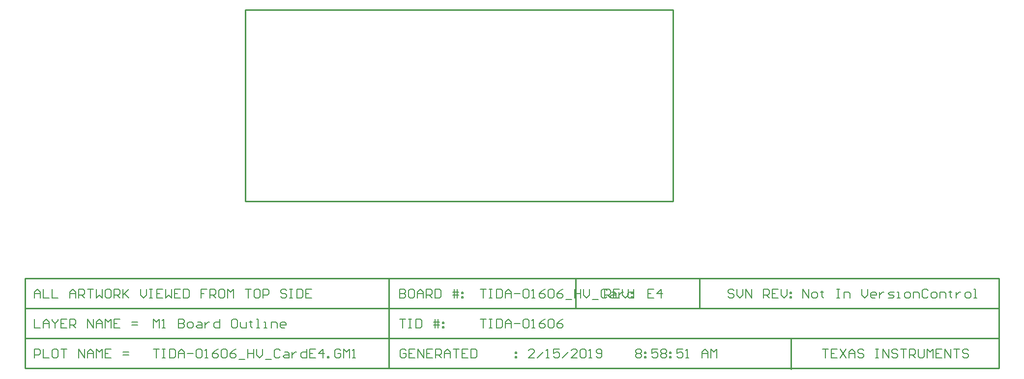
<source format=gm1>
G04*
G04 #@! TF.GenerationSoftware,Altium Limited,Altium Designer,18.1.9 (240)*
G04*
G04 Layer_Color=11296232*
%FSAX25Y25*%
%MOIN*%
G70*
G01*
G75*
%ADD10C,0.00800*%
%ADD21C,0.01000*%
G54D10*
X0126900Y0067551D02*
Y0073549D01*
X0128899Y0071549D01*
X0130899Y0073549D01*
Y0067551D01*
X0132898D02*
X0134897D01*
X0133898D01*
Y0073549D01*
X0132898Y0072549D01*
X0143895Y0073549D02*
Y0067551D01*
X0146894D01*
X0147893Y0068550D01*
Y0069550D01*
X0146894Y0070550D01*
X0143895D01*
X0146894D01*
X0147893Y0071549D01*
Y0072549D01*
X0146894Y0073549D01*
X0143895D01*
X0150892Y0067551D02*
X0152892D01*
X0153891Y0068550D01*
Y0070550D01*
X0152892Y0071549D01*
X0150892D01*
X0149893Y0070550D01*
Y0068550D01*
X0150892Y0067551D01*
X0156890Y0071549D02*
X0158890D01*
X0159889Y0070550D01*
Y0067551D01*
X0156890D01*
X0155891Y0068550D01*
X0156890Y0069550D01*
X0159889D01*
X0161889Y0071549D02*
Y0067551D01*
Y0069550D01*
X0162888Y0070550D01*
X0163888Y0071549D01*
X0164888D01*
X0171885Y0073549D02*
Y0067551D01*
X0168886D01*
X0167887Y0068550D01*
Y0070550D01*
X0168886Y0071549D01*
X0171885D01*
X0182882Y0073549D02*
X0180883D01*
X0179883Y0072549D01*
Y0068550D01*
X0180883Y0067551D01*
X0182882D01*
X0183882Y0068550D01*
Y0072549D01*
X0182882Y0073549D01*
X0185881Y0071549D02*
Y0068550D01*
X0186881Y0067551D01*
X0189880D01*
Y0071549D01*
X0192879Y0072549D02*
Y0071549D01*
X0191879D01*
X0193878D01*
X0192879D01*
Y0068550D01*
X0193878Y0067551D01*
X0196877D02*
X0198877D01*
X0197877D01*
Y0073549D01*
X0196877D01*
X0201876Y0067551D02*
X0203875D01*
X0202875D01*
Y0071549D01*
X0201876D01*
X0206874Y0067551D02*
Y0071549D01*
X0209873D01*
X0210873Y0070550D01*
Y0067551D01*
X0215871D02*
X0213872D01*
X0212872Y0068550D01*
Y0070550D01*
X0213872Y0071549D01*
X0215871D01*
X0216871Y0070550D01*
Y0069550D01*
X0212872D01*
X0348550Y0073498D02*
X0352549D01*
X0350549D01*
Y0067500D01*
X0354548Y0073498D02*
X0356547D01*
X0355548D01*
Y0067500D01*
X0354548D01*
X0356547D01*
X0359546Y0073498D02*
Y0067500D01*
X0362545D01*
X0363545Y0068500D01*
Y0072498D01*
X0362545Y0073498D01*
X0359546D01*
X0365545Y0067500D02*
Y0071499D01*
X0367544Y0073498D01*
X0369543Y0071499D01*
Y0067500D01*
Y0070499D01*
X0365545D01*
X0371543D02*
X0375541D01*
X0377541Y0072498D02*
X0378540Y0073498D01*
X0380540D01*
X0381539Y0072498D01*
Y0068500D01*
X0380540Y0067500D01*
X0378540D01*
X0377541Y0068500D01*
Y0072498D01*
X0383539Y0067500D02*
X0385538D01*
X0384538D01*
Y0073498D01*
X0383539Y0072498D01*
X0392536Y0073498D02*
X0390536Y0072498D01*
X0388537Y0070499D01*
Y0068500D01*
X0389537Y0067500D01*
X0391536D01*
X0392536Y0068500D01*
Y0069499D01*
X0391536Y0070499D01*
X0388537D01*
X0394535Y0072498D02*
X0395535Y0073498D01*
X0397534D01*
X0398534Y0072498D01*
Y0068500D01*
X0397534Y0067500D01*
X0395535D01*
X0394535Y0068500D01*
Y0072498D01*
X0404532Y0073498D02*
X0402532Y0072498D01*
X0400533Y0070499D01*
Y0068500D01*
X0401533Y0067500D01*
X0403532D01*
X0404532Y0068500D01*
Y0069499D01*
X0403532Y0070499D01*
X0400533D01*
X0294000Y0073498D02*
X0297999D01*
X0295999D01*
Y0067500D01*
X0299998Y0073498D02*
X0301997D01*
X0300998D01*
Y0067500D01*
X0299998D01*
X0301997D01*
X0304996Y0073498D02*
Y0067500D01*
X0307996D01*
X0308995Y0068500D01*
Y0072498D01*
X0307996Y0073498D01*
X0304996D01*
X0317992Y0067500D02*
Y0073498D01*
X0319992D02*
Y0067500D01*
X0316993Y0071499D02*
X0319992D01*
X0320991D01*
X0316993Y0069499D02*
X0320991D01*
X0322991Y0071499D02*
X0323990D01*
Y0070499D01*
X0322991D01*
Y0071499D01*
Y0068500D02*
X0323990D01*
Y0067500D01*
X0322991D01*
Y0068500D01*
X0580500Y0052965D02*
X0584499D01*
X0582499D01*
Y0046966D01*
X0590497Y0052965D02*
X0586498D01*
Y0046966D01*
X0590497D01*
X0586498Y0049966D02*
X0588497D01*
X0592496Y0052965D02*
X0596495Y0046966D01*
Y0052965D02*
X0592496Y0046966D01*
X0598494D02*
Y0050965D01*
X0600493Y0052965D01*
X0602493Y0050965D01*
Y0046966D01*
Y0049966D01*
X0598494D01*
X0608491Y0051965D02*
X0607491Y0052965D01*
X0605492D01*
X0604492Y0051965D01*
Y0050965D01*
X0605492Y0049966D01*
X0607491D01*
X0608491Y0048966D01*
Y0047966D01*
X0607491Y0046966D01*
X0605492D01*
X0604492Y0047966D01*
X0616488Y0052965D02*
X0618488D01*
X0617488D01*
Y0046966D01*
X0616488D01*
X0618488D01*
X0621487D02*
Y0052965D01*
X0625486Y0046966D01*
Y0052965D01*
X0631484Y0051965D02*
X0630484Y0052965D01*
X0628484D01*
X0627485Y0051965D01*
Y0050965D01*
X0628484Y0049966D01*
X0630484D01*
X0631484Y0048966D01*
Y0047966D01*
X0630484Y0046966D01*
X0628484D01*
X0627485Y0047966D01*
X0633483Y0052965D02*
X0637482D01*
X0635482D01*
Y0046966D01*
X0639481D02*
Y0052965D01*
X0642480D01*
X0643480Y0051965D01*
Y0049966D01*
X0642480Y0048966D01*
X0639481D01*
X0641480D02*
X0643480Y0046966D01*
X0645479Y0052965D02*
Y0047966D01*
X0646479Y0046966D01*
X0648478D01*
X0649478Y0047966D01*
Y0052965D01*
X0651477Y0046966D02*
Y0052965D01*
X0653476Y0050965D01*
X0655476Y0052965D01*
Y0046966D01*
X0661474Y0052965D02*
X0657475D01*
Y0046966D01*
X0661474D01*
X0657475Y0049966D02*
X0659474D01*
X0663473Y0046966D02*
Y0052965D01*
X0667472Y0046966D01*
Y0052965D01*
X0669471D02*
X0673470D01*
X0671471D01*
Y0046966D01*
X0679468Y0051965D02*
X0678468Y0052965D01*
X0676469D01*
X0675469Y0051965D01*
Y0050965D01*
X0676469Y0049966D01*
X0678468D01*
X0679468Y0048966D01*
Y0047966D01*
X0678468Y0046966D01*
X0676469D01*
X0675469Y0047966D01*
X0454050Y0051965D02*
X0455050Y0052965D01*
X0457049D01*
X0458049Y0051965D01*
Y0050965D01*
X0457049Y0049966D01*
X0458049Y0048966D01*
Y0047966D01*
X0457049Y0046966D01*
X0455050D01*
X0454050Y0047966D01*
Y0048966D01*
X0455050Y0049966D01*
X0454050Y0050965D01*
Y0051965D01*
X0455050Y0049966D02*
X0457049D01*
X0460048Y0050965D02*
X0461048D01*
Y0049966D01*
X0460048D01*
Y0050965D01*
Y0047966D02*
X0461048D01*
Y0046966D01*
X0460048D01*
Y0047966D01*
X0469045Y0052965D02*
X0465046D01*
Y0049966D01*
X0467046Y0050965D01*
X0468046D01*
X0469045Y0049966D01*
Y0047966D01*
X0468046Y0046966D01*
X0466046D01*
X0465046Y0047966D01*
X0471044Y0051965D02*
X0472044Y0052965D01*
X0474044D01*
X0475043Y0051965D01*
Y0050965D01*
X0474044Y0049966D01*
X0475043Y0048966D01*
Y0047966D01*
X0474044Y0046966D01*
X0472044D01*
X0471044Y0047966D01*
Y0048966D01*
X0472044Y0049966D01*
X0471044Y0050965D01*
Y0051965D01*
X0472044Y0049966D02*
X0474044D01*
X0477043Y0050965D02*
X0478042D01*
Y0049966D01*
X0477043D01*
Y0050965D01*
Y0047966D02*
X0478042D01*
Y0046966D01*
X0477043D01*
Y0047966D01*
X0486040Y0052965D02*
X0482041D01*
Y0049966D01*
X0484040Y0050965D01*
X0485040D01*
X0486040Y0049966D01*
Y0047966D01*
X0485040Y0046966D01*
X0483041D01*
X0482041Y0047966D01*
X0488039Y0046966D02*
X0490038D01*
X0489039D01*
Y0052965D01*
X0488039Y0051965D01*
X0499035Y0046966D02*
Y0050965D01*
X0501035Y0052965D01*
X0503034Y0050965D01*
Y0046966D01*
Y0049966D01*
X0499035D01*
X0505033Y0046966D02*
Y0052965D01*
X0507033Y0050965D01*
X0509032Y0052965D01*
Y0046966D01*
X0046350D02*
Y0052965D01*
X0049349D01*
X0050349Y0051965D01*
Y0049966D01*
X0049349Y0048966D01*
X0046350D01*
X0052348Y0052965D02*
Y0046966D01*
X0056347D01*
X0061345Y0052965D02*
X0059346D01*
X0058346Y0051965D01*
Y0047966D01*
X0059346Y0046966D01*
X0061345D01*
X0062345Y0047966D01*
Y0051965D01*
X0061345Y0052965D01*
X0064344D02*
X0068343D01*
X0066343D01*
Y0046966D01*
X0076340D02*
Y0052965D01*
X0080339Y0046966D01*
Y0052965D01*
X0082338Y0046966D02*
Y0050965D01*
X0084338Y0052965D01*
X0086337Y0050965D01*
Y0046966D01*
Y0049966D01*
X0082338D01*
X0088336Y0046966D02*
Y0052965D01*
X0090336Y0050965D01*
X0092335Y0052965D01*
Y0046966D01*
X0098333Y0052965D02*
X0094335D01*
Y0046966D01*
X0098333D01*
X0094335Y0049966D02*
X0096334D01*
X0106331Y0048966D02*
X0110329D01*
X0106331Y0050965D02*
X0110329D01*
X0046350Y0073549D02*
Y0067551D01*
X0050349D01*
X0052348D02*
Y0071549D01*
X0054347Y0073549D01*
X0056347Y0071549D01*
Y0067551D01*
Y0070550D01*
X0052348D01*
X0058346Y0073549D02*
Y0072549D01*
X0060346Y0070550D01*
X0062345Y0072549D01*
Y0073549D01*
X0060346Y0070550D02*
Y0067551D01*
X0068343Y0073549D02*
X0064344D01*
Y0067551D01*
X0068343D01*
X0064344Y0070550D02*
X0066343D01*
X0070342Y0067551D02*
Y0073549D01*
X0073341D01*
X0074341Y0072549D01*
Y0070550D01*
X0073341Y0069550D01*
X0070342D01*
X0072342D02*
X0074341Y0067551D01*
X0082338D02*
Y0073549D01*
X0086337Y0067551D01*
Y0073549D01*
X0088336Y0067551D02*
Y0071549D01*
X0090336Y0073549D01*
X0092335Y0071549D01*
Y0067551D01*
Y0070550D01*
X0088336D01*
X0094335Y0067551D02*
Y0073549D01*
X0096334Y0071549D01*
X0098333Y0073549D01*
Y0067551D01*
X0104331Y0073549D02*
X0100332D01*
Y0067551D01*
X0104331D01*
X0100332Y0070550D02*
X0102332D01*
X0112329Y0069550D02*
X0116327D01*
X0112329Y0071549D02*
X0116327D01*
X0294000Y0093831D02*
Y0087833D01*
X0296999D01*
X0297999Y0088833D01*
Y0089833D01*
X0296999Y0090832D01*
X0294000D01*
X0296999D01*
X0297999Y0091832D01*
Y0092832D01*
X0296999Y0093831D01*
X0294000D01*
X0302997D02*
X0300998D01*
X0299998Y0092832D01*
Y0088833D01*
X0300998Y0087833D01*
X0302997D01*
X0303997Y0088833D01*
Y0092832D01*
X0302997Y0093831D01*
X0305996Y0087833D02*
Y0091832D01*
X0307996Y0093831D01*
X0309995Y0091832D01*
Y0087833D01*
Y0090832D01*
X0305996D01*
X0311994Y0087833D02*
Y0093831D01*
X0314993D01*
X0315993Y0092832D01*
Y0090832D01*
X0314993Y0089833D01*
X0311994D01*
X0313994D02*
X0315993Y0087833D01*
X0317992Y0093831D02*
Y0087833D01*
X0320991D01*
X0321991Y0088833D01*
Y0092832D01*
X0320991Y0093831D01*
X0317992D01*
X0330988Y0087833D02*
Y0093831D01*
X0332987D02*
Y0087833D01*
X0329988Y0091832D02*
X0332987D01*
X0333987D01*
X0329988Y0089833D02*
X0333987D01*
X0335986Y0091832D02*
X0336986D01*
Y0090832D01*
X0335986D01*
Y0091832D01*
Y0088833D02*
X0336986D01*
Y0087833D01*
X0335986D01*
Y0088833D01*
X0348550Y0093831D02*
X0352549D01*
X0350549D01*
Y0087833D01*
X0354548Y0093831D02*
X0356547D01*
X0355548D01*
Y0087833D01*
X0354548D01*
X0356547D01*
X0359546Y0093831D02*
Y0087833D01*
X0362545D01*
X0363545Y0088833D01*
Y0092832D01*
X0362545Y0093831D01*
X0359546D01*
X0365545Y0087833D02*
Y0091832D01*
X0367544Y0093831D01*
X0369543Y0091832D01*
Y0087833D01*
Y0090832D01*
X0365545D01*
X0371543D02*
X0375541D01*
X0377541Y0092832D02*
X0378540Y0093831D01*
X0380540D01*
X0381539Y0092832D01*
Y0088833D01*
X0380540Y0087833D01*
X0378540D01*
X0377541Y0088833D01*
Y0092832D01*
X0383539Y0087833D02*
X0385538D01*
X0384538D01*
Y0093831D01*
X0383539Y0092832D01*
X0392536Y0093831D02*
X0390536Y0092832D01*
X0388537Y0090832D01*
Y0088833D01*
X0389537Y0087833D01*
X0391536D01*
X0392536Y0088833D01*
Y0089833D01*
X0391536Y0090832D01*
X0388537D01*
X0394535Y0092832D02*
X0395535Y0093831D01*
X0397534D01*
X0398534Y0092832D01*
Y0088833D01*
X0397534Y0087833D01*
X0395535D01*
X0394535Y0088833D01*
Y0092832D01*
X0404532Y0093831D02*
X0402532Y0092832D01*
X0400533Y0090832D01*
Y0088833D01*
X0401533Y0087833D01*
X0403532D01*
X0404532Y0088833D01*
Y0089833D01*
X0403532Y0090832D01*
X0400533D01*
X0406531Y0086834D02*
X0410530D01*
X0412529Y0093831D02*
Y0087833D01*
Y0090832D01*
X0416528D01*
Y0093831D01*
Y0087833D01*
X0418527Y0093831D02*
Y0089833D01*
X0420527Y0087833D01*
X0422526Y0089833D01*
Y0093831D01*
X0424525Y0086834D02*
X0428524D01*
X0434522Y0092832D02*
X0433523Y0093831D01*
X0431523D01*
X0430523Y0092832D01*
Y0088833D01*
X0431523Y0087833D01*
X0433523D01*
X0434522Y0088833D01*
X0437521Y0091832D02*
X0439521D01*
X0440520Y0090832D01*
Y0087833D01*
X0437521D01*
X0436521Y0088833D01*
X0437521Y0089833D01*
X0440520D01*
X0442520Y0091832D02*
Y0087833D01*
Y0089833D01*
X0443519Y0090832D01*
X0444519Y0091832D01*
X0445519D01*
X0452516Y0093831D02*
Y0087833D01*
X0449517D01*
X0448518Y0088833D01*
Y0090832D01*
X0449517Y0091832D01*
X0452516D01*
X0466149Y0093831D02*
X0462150D01*
Y0087833D01*
X0466149D01*
X0462150Y0090832D02*
X0464149D01*
X0471147Y0087833D02*
Y0093831D01*
X0468148Y0090832D01*
X0472147D01*
X0046350Y0087833D02*
Y0091832D01*
X0048349Y0093831D01*
X0050349Y0091832D01*
Y0087833D01*
Y0090832D01*
X0046350D01*
X0052348Y0093831D02*
Y0087833D01*
X0056347D01*
X0058346Y0093831D02*
Y0087833D01*
X0062345D01*
X0070342D02*
Y0091832D01*
X0072342Y0093831D01*
X0074341Y0091832D01*
Y0087833D01*
Y0090832D01*
X0070342D01*
X0076340Y0087833D02*
Y0093831D01*
X0079339D01*
X0080339Y0092832D01*
Y0090832D01*
X0079339Y0089833D01*
X0076340D01*
X0078340D02*
X0080339Y0087833D01*
X0082338Y0093831D02*
X0086337D01*
X0084338D01*
Y0087833D01*
X0088336Y0093831D02*
Y0087833D01*
X0090336Y0089833D01*
X0092335Y0087833D01*
Y0093831D01*
X0097334D02*
X0095334D01*
X0094335Y0092832D01*
Y0088833D01*
X0095334Y0087833D01*
X0097334D01*
X0098333Y0088833D01*
Y0092832D01*
X0097334Y0093831D01*
X0100332Y0087833D02*
Y0093831D01*
X0103332D01*
X0104331Y0092832D01*
Y0090832D01*
X0103332Y0089833D01*
X0100332D01*
X0102332D02*
X0104331Y0087833D01*
X0106331Y0093831D02*
Y0087833D01*
Y0089833D01*
X0110329Y0093831D01*
X0107330Y0090832D01*
X0110329Y0087833D01*
X0118327Y0093831D02*
Y0089833D01*
X0120326Y0087833D01*
X0122325Y0089833D01*
Y0093831D01*
X0124325D02*
X0126324D01*
X0125324D01*
Y0087833D01*
X0124325D01*
X0126324D01*
X0133322Y0093831D02*
X0129323D01*
Y0087833D01*
X0133322D01*
X0129323Y0090832D02*
X0131323D01*
X0135321Y0093831D02*
Y0087833D01*
X0137321Y0089833D01*
X0139320Y0087833D01*
Y0093831D01*
X0145318D02*
X0141319D01*
Y0087833D01*
X0145318D01*
X0141319Y0090832D02*
X0143319D01*
X0147317Y0093831D02*
Y0087833D01*
X0150316D01*
X0151316Y0088833D01*
Y0092832D01*
X0150316Y0093831D01*
X0147317D01*
X0163312D02*
X0159313D01*
Y0090832D01*
X0161313D01*
X0159313D01*
Y0087833D01*
X0165312D02*
Y0093831D01*
X0168310D01*
X0169310Y0092832D01*
Y0090832D01*
X0168310Y0089833D01*
X0165312D01*
X0167311D02*
X0169310Y0087833D01*
X0174309Y0093831D02*
X0172309D01*
X0171310Y0092832D01*
Y0088833D01*
X0172309Y0087833D01*
X0174309D01*
X0175308Y0088833D01*
Y0092832D01*
X0174309Y0093831D01*
X0177308Y0087833D02*
Y0093831D01*
X0179307Y0091832D01*
X0181306Y0093831D01*
Y0087833D01*
X0189304Y0093831D02*
X0193303D01*
X0191303D01*
Y0087833D01*
X0198301Y0093831D02*
X0196301D01*
X0195302Y0092832D01*
Y0088833D01*
X0196301Y0087833D01*
X0198301D01*
X0199301Y0088833D01*
Y0092832D01*
X0198301Y0093831D01*
X0201300Y0087833D02*
Y0093831D01*
X0204299D01*
X0205299Y0092832D01*
Y0090832D01*
X0204299Y0089833D01*
X0201300D01*
X0217295Y0092832D02*
X0216295Y0093831D01*
X0214296D01*
X0213296Y0092832D01*
Y0091832D01*
X0214296Y0090832D01*
X0216295D01*
X0217295Y0089833D01*
Y0088833D01*
X0216295Y0087833D01*
X0214296D01*
X0213296Y0088833D01*
X0219294Y0093831D02*
X0221293D01*
X0220294D01*
Y0087833D01*
X0219294D01*
X0221293D01*
X0224292Y0093831D02*
Y0087833D01*
X0227291D01*
X0228291Y0088833D01*
Y0092832D01*
X0227291Y0093831D01*
X0224292D01*
X0234289D02*
X0230291D01*
Y0087833D01*
X0234289D01*
X0230291Y0090832D02*
X0232290D01*
X0298199Y0051965D02*
X0297199Y0052965D01*
X0295200D01*
X0294200Y0051965D01*
Y0047966D01*
X0295200Y0046966D01*
X0297199D01*
X0298199Y0047966D01*
Y0049966D01*
X0296199D01*
X0304197Y0052965D02*
X0300198D01*
Y0046966D01*
X0304197D01*
X0300198Y0049966D02*
X0302197D01*
X0306196Y0046966D02*
Y0052965D01*
X0310195Y0046966D01*
Y0052965D01*
X0316193D02*
X0312194D01*
Y0046966D01*
X0316193D01*
X0312194Y0049966D02*
X0314194D01*
X0318192Y0046966D02*
Y0052965D01*
X0321191D01*
X0322191Y0051965D01*
Y0049966D01*
X0321191Y0048966D01*
X0318192D01*
X0320192D02*
X0322191Y0046966D01*
X0324190D02*
Y0050965D01*
X0326190Y0052965D01*
X0328189Y0050965D01*
Y0046966D01*
Y0049966D01*
X0324190D01*
X0330188Y0052965D02*
X0334187D01*
X0332188D01*
Y0046966D01*
X0340185Y0052965D02*
X0336186D01*
Y0046966D01*
X0340185D01*
X0336186Y0049966D02*
X0338186D01*
X0342184Y0052965D02*
Y0046966D01*
X0345183D01*
X0346183Y0047966D01*
Y0051965D01*
X0345183Y0052965D01*
X0342184D01*
X0372175Y0050965D02*
X0373175D01*
Y0049966D01*
X0372175D01*
Y0050965D01*
Y0047966D02*
X0373175D01*
Y0046966D01*
X0372175D01*
Y0047966D01*
X0385149Y0046966D02*
X0381150D01*
X0385149Y0050965D01*
Y0051965D01*
X0384149Y0052965D01*
X0382150D01*
X0381150Y0051965D01*
X0387148Y0046966D02*
X0391147Y0050965D01*
X0393146Y0046966D02*
X0395146D01*
X0394146D01*
Y0052965D01*
X0393146Y0051965D01*
X0402143Y0052965D02*
X0398145D01*
Y0049966D01*
X0400144Y0050965D01*
X0401144D01*
X0402143Y0049966D01*
Y0047966D01*
X0401144Y0046966D01*
X0399144D01*
X0398145Y0047966D01*
X0404143Y0046966D02*
X0408141Y0050965D01*
X0414139Y0046966D02*
X0410141D01*
X0414139Y0050965D01*
Y0051965D01*
X0413140Y0052965D01*
X0411140D01*
X0410141Y0051965D01*
X0416139D02*
X0417138Y0052965D01*
X0419138D01*
X0420137Y0051965D01*
Y0047966D01*
X0419138Y0046966D01*
X0417138D01*
X0416139Y0047966D01*
Y0051965D01*
X0422137Y0046966D02*
X0424136D01*
X0423136D01*
Y0052965D01*
X0422137Y0051965D01*
X0427135Y0047966D02*
X0428135Y0046966D01*
X0430134D01*
X0431134Y0047966D01*
Y0051965D01*
X0430134Y0052965D01*
X0428135D01*
X0427135Y0051965D01*
Y0050965D01*
X0428135Y0049966D01*
X0431134D01*
X0126900Y0052965D02*
X0130899D01*
X0128899D01*
Y0046966D01*
X0132898Y0052965D02*
X0134897D01*
X0133898D01*
Y0046966D01*
X0132898D01*
X0134897D01*
X0137896Y0052965D02*
Y0046966D01*
X0140895D01*
X0141895Y0047966D01*
Y0051965D01*
X0140895Y0052965D01*
X0137896D01*
X0143895Y0046966D02*
Y0050965D01*
X0145894Y0052965D01*
X0147893Y0050965D01*
Y0046966D01*
Y0049966D01*
X0143895D01*
X0149893D02*
X0153891D01*
X0155891Y0051965D02*
X0156890Y0052965D01*
X0158890D01*
X0159889Y0051965D01*
Y0047966D01*
X0158890Y0046966D01*
X0156890D01*
X0155891Y0047966D01*
Y0051965D01*
X0161889Y0046966D02*
X0163888D01*
X0162888D01*
Y0052965D01*
X0161889Y0051965D01*
X0170886Y0052965D02*
X0168886Y0051965D01*
X0166887Y0049966D01*
Y0047966D01*
X0167887Y0046966D01*
X0169886D01*
X0170886Y0047966D01*
Y0048966D01*
X0169886Y0049966D01*
X0166887D01*
X0172885Y0051965D02*
X0173885Y0052965D01*
X0175884D01*
X0176884Y0051965D01*
Y0047966D01*
X0175884Y0046966D01*
X0173885D01*
X0172885Y0047966D01*
Y0051965D01*
X0182882Y0052965D02*
X0180883Y0051965D01*
X0178883Y0049966D01*
Y0047966D01*
X0179883Y0046966D01*
X0181882D01*
X0182882Y0047966D01*
Y0048966D01*
X0181882Y0049966D01*
X0178883D01*
X0184881Y0045967D02*
X0188880D01*
X0190879Y0052965D02*
Y0046966D01*
Y0049966D01*
X0194878D01*
Y0052965D01*
Y0046966D01*
X0196877Y0052965D02*
Y0048966D01*
X0198877Y0046966D01*
X0200876Y0048966D01*
Y0052965D01*
X0202875Y0045967D02*
X0206874D01*
X0212872Y0051965D02*
X0211873Y0052965D01*
X0209873D01*
X0208874Y0051965D01*
Y0047966D01*
X0209873Y0046966D01*
X0211873D01*
X0212872Y0047966D01*
X0215871Y0050965D02*
X0217871D01*
X0218870Y0049966D01*
Y0046966D01*
X0215871D01*
X0214872Y0047966D01*
X0215871Y0048966D01*
X0218870D01*
X0220870Y0050965D02*
Y0046966D01*
Y0048966D01*
X0221869Y0049966D01*
X0222869Y0050965D01*
X0223869D01*
X0230866Y0052965D02*
Y0046966D01*
X0227867D01*
X0226868Y0047966D01*
Y0049966D01*
X0227867Y0050965D01*
X0230866D01*
X0236864Y0052965D02*
X0232866D01*
Y0046966D01*
X0236864D01*
X0232866Y0049966D02*
X0234865D01*
X0241863Y0046966D02*
Y0052965D01*
X0238864Y0049966D01*
X0242863D01*
X0244862Y0046966D02*
Y0047966D01*
X0245862D01*
Y0046966D01*
X0244862D01*
X0253859Y0051965D02*
X0252859Y0052965D01*
X0250860D01*
X0249860Y0051965D01*
Y0047966D01*
X0250860Y0046966D01*
X0252859D01*
X0253859Y0047966D01*
Y0049966D01*
X0251860D01*
X0255858Y0046966D02*
Y0052965D01*
X0257858Y0050965D01*
X0259857Y0052965D01*
Y0046966D01*
X0261856D02*
X0263856D01*
X0262856D01*
Y0052965D01*
X0261856Y0051965D01*
X0433000Y0087833D02*
Y0093831D01*
X0435999D01*
X0436999Y0092832D01*
Y0090832D01*
X0435999Y0089833D01*
X0433000D01*
X0434999D02*
X0436999Y0087833D01*
X0442997Y0093831D02*
X0438998D01*
Y0087833D01*
X0442997D01*
X0438998Y0090832D02*
X0440997D01*
X0444996Y0093831D02*
Y0089833D01*
X0446995Y0087833D01*
X0448995Y0089833D01*
Y0093831D01*
X0450994Y0091832D02*
X0451994D01*
Y0090832D01*
X0450994D01*
Y0091832D01*
Y0088833D02*
X0451994D01*
Y0087833D01*
X0450994D01*
Y0088833D01*
X0520799Y0092832D02*
X0519799Y0093831D01*
X0517800D01*
X0516800Y0092832D01*
Y0091832D01*
X0517800Y0090832D01*
X0519799D01*
X0520799Y0089833D01*
Y0088833D01*
X0519799Y0087833D01*
X0517800D01*
X0516800Y0088833D01*
X0522798Y0093831D02*
Y0089833D01*
X0524797Y0087833D01*
X0526797Y0089833D01*
Y0093831D01*
X0528796Y0087833D02*
Y0093831D01*
X0532795Y0087833D01*
Y0093831D01*
X0540792Y0087833D02*
Y0093831D01*
X0543791D01*
X0544791Y0092832D01*
Y0090832D01*
X0543791Y0089833D01*
X0540792D01*
X0542792D02*
X0544791Y0087833D01*
X0550789Y0093831D02*
X0546790D01*
Y0087833D01*
X0550789D01*
X0546790Y0090832D02*
X0548790D01*
X0552788Y0093831D02*
Y0089833D01*
X0554788Y0087833D01*
X0556787Y0089833D01*
Y0093831D01*
X0558786Y0091832D02*
X0559786D01*
Y0090832D01*
X0558786D01*
Y0091832D01*
Y0088833D02*
X0559786D01*
Y0087833D01*
X0558786D01*
Y0088833D01*
X0567400Y0087833D02*
Y0093831D01*
X0571399Y0087833D01*
Y0093831D01*
X0574398Y0087833D02*
X0576397D01*
X0577397Y0088833D01*
Y0090832D01*
X0576397Y0091832D01*
X0574398D01*
X0573398Y0090832D01*
Y0088833D01*
X0574398Y0087833D01*
X0580396Y0092832D02*
Y0091832D01*
X0579396D01*
X0581395D01*
X0580396D01*
Y0088833D01*
X0581395Y0087833D01*
X0590393Y0093831D02*
X0592392D01*
X0591392D01*
Y0087833D01*
X0590393D01*
X0592392D01*
X0595391D02*
Y0091832D01*
X0598390D01*
X0599390Y0090832D01*
Y0087833D01*
X0607387Y0093831D02*
Y0089833D01*
X0609386Y0087833D01*
X0611386Y0089833D01*
Y0093831D01*
X0616384Y0087833D02*
X0614385D01*
X0613385Y0088833D01*
Y0090832D01*
X0614385Y0091832D01*
X0616384D01*
X0617384Y0090832D01*
Y0089833D01*
X0613385D01*
X0619383Y0091832D02*
Y0087833D01*
Y0089833D01*
X0620383Y0090832D01*
X0621383Y0091832D01*
X0622382D01*
X0625381Y0087833D02*
X0628380D01*
X0629380Y0088833D01*
X0628380Y0089833D01*
X0626381D01*
X0625381Y0090832D01*
X0626381Y0091832D01*
X0629380D01*
X0631379Y0087833D02*
X0633379D01*
X0632379D01*
Y0091832D01*
X0631379D01*
X0637377Y0087833D02*
X0639377D01*
X0640376Y0088833D01*
Y0090832D01*
X0639377Y0091832D01*
X0637377D01*
X0636378Y0090832D01*
Y0088833D01*
X0637377Y0087833D01*
X0642376D02*
Y0091832D01*
X0645375D01*
X0646374Y0090832D01*
Y0087833D01*
X0652373Y0092832D02*
X0651373Y0093831D01*
X0649373D01*
X0648374Y0092832D01*
Y0088833D01*
X0649373Y0087833D01*
X0651373D01*
X0652373Y0088833D01*
X0655372Y0087833D02*
X0657371D01*
X0658371Y0088833D01*
Y0090832D01*
X0657371Y0091832D01*
X0655372D01*
X0654372Y0090832D01*
Y0088833D01*
X0655372Y0087833D01*
X0660370D02*
Y0091832D01*
X0663369D01*
X0664369Y0090832D01*
Y0087833D01*
X0667368Y0092832D02*
Y0091832D01*
X0666368D01*
X0668367D01*
X0667368D01*
Y0088833D01*
X0668367Y0087833D01*
X0671366Y0091832D02*
Y0087833D01*
Y0089833D01*
X0672366Y0090832D01*
X0673366Y0091832D01*
X0674365D01*
X0678364Y0087833D02*
X0680364D01*
X0681363Y0088833D01*
Y0090832D01*
X0680364Y0091832D01*
X0678364D01*
X0677364Y0090832D01*
Y0088833D01*
X0678364Y0087833D01*
X0683362D02*
X0685362D01*
X0684362D01*
Y0093831D01*
X0683362D01*
G54D21*
X0189200Y0153400D02*
X0479200D01*
Y0283400D01*
X0189200D02*
X0479200D01*
X0189200Y0153400D02*
Y0283400D01*
X0559400Y0039400D02*
Y0059683D01*
X0440500Y0040050D02*
X0700200D01*
Y0101050D01*
X0286500Y0040050D02*
Y0101050D01*
X0040000Y0040050D02*
Y0101050D01*
X0040050Y0040050D02*
X0197600D01*
X0040050D02*
Y0101050D01*
Y0101050D02*
X0700200D01*
X0040000Y0040050D02*
X0440500D01*
X0040000Y0060383D02*
X0700000D01*
X0040000Y0080717D02*
X0700200D01*
X0413200D02*
Y0101050D01*
X0497200Y0080717D02*
Y0101050D01*
M02*

</source>
